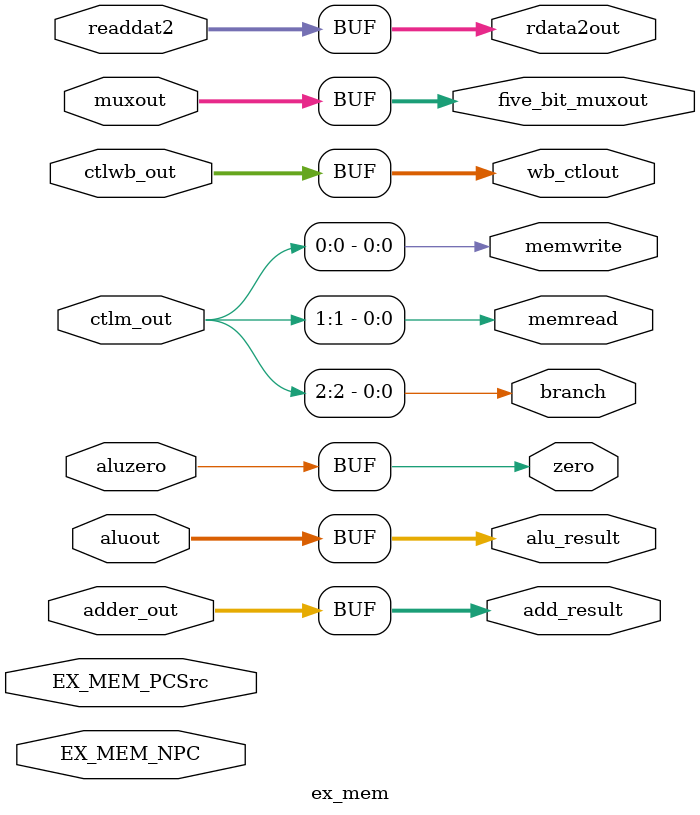
<source format=v>
`timescale 1ns / 1ps
/* ex_mem.v */
module ex_mem(
	input		wire	[1:0]		ctlwb_out,
	input		wire	[2:0]		ctlm_out,
	input		wire	[31:0]	adder_out,
	input		wire				aluzero,
	input		wire	[31:0]	aluout, readdat2,
	input		wire	[4:0]		muxout,
	output	reg	[1:0]		wb_ctlout,
	output	reg				branch, memread, memwrite,
	output	reg	[31:0]	add_result,
	output	reg				zero,
	output	reg	[31:0]	alu_result, rdata2out,
	output	reg	[4:0]		five_bit_muxout,
	input  wire         EX_MEM_PCSrc,
   input  wire  [31:0] EX_MEM_NPC
    );

	initial begin
		wb_ctlout <= 0; 
		branch <= 0; memread <= 0; memwrite <= 0;
		add_result <= 0;
		zero <= 0;
		alu_result <= 0; rdata2out <= 0;
		five_bit_muxout <= 0;
	end

	always@* begin
		#1 //Update Delay
		
		//Use Fig 3.7 to assign the inputs to the outputs 
		wb_ctlout <= ctlwb_out;
		branch <= ctlm_out[2];    
		memread <= ctlm_out[1];      
		memwrite <= ctlm_out[0];    
		
		/* branch, memread, and memwrite are not listed in Fig 3.7 
		so what do we do wit them?
		Well we code them, obviously.
      Here's your hint for these 3: 
      Look at their size (listed in the port listings on top)
      Figure out which input wire needs to get assigned to them.
      Then trace the wires in the "MIPS Data Path Diagram" 
                                              */
            
      add_result <= adder_out;   
		zero <= aluzero;
		alu_result <= aluout;
		rdata2out <= readdat2;
		five_bit_muxout <= muxout;
	end

endmodule // ex_mem

</source>
